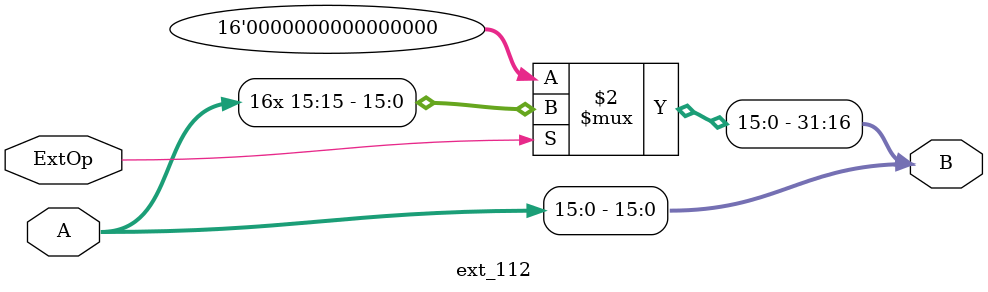
<source format=v>
module ext_112(A, B, ExtOp);

input[15:0] A;
input ExtOp;
output[31:0] B;

assign B[31:16] = (ExtOp == 0) ? (16'd0) : ({(16){A[15]}});
assign B[15:0] = A;

endmodule
</source>
